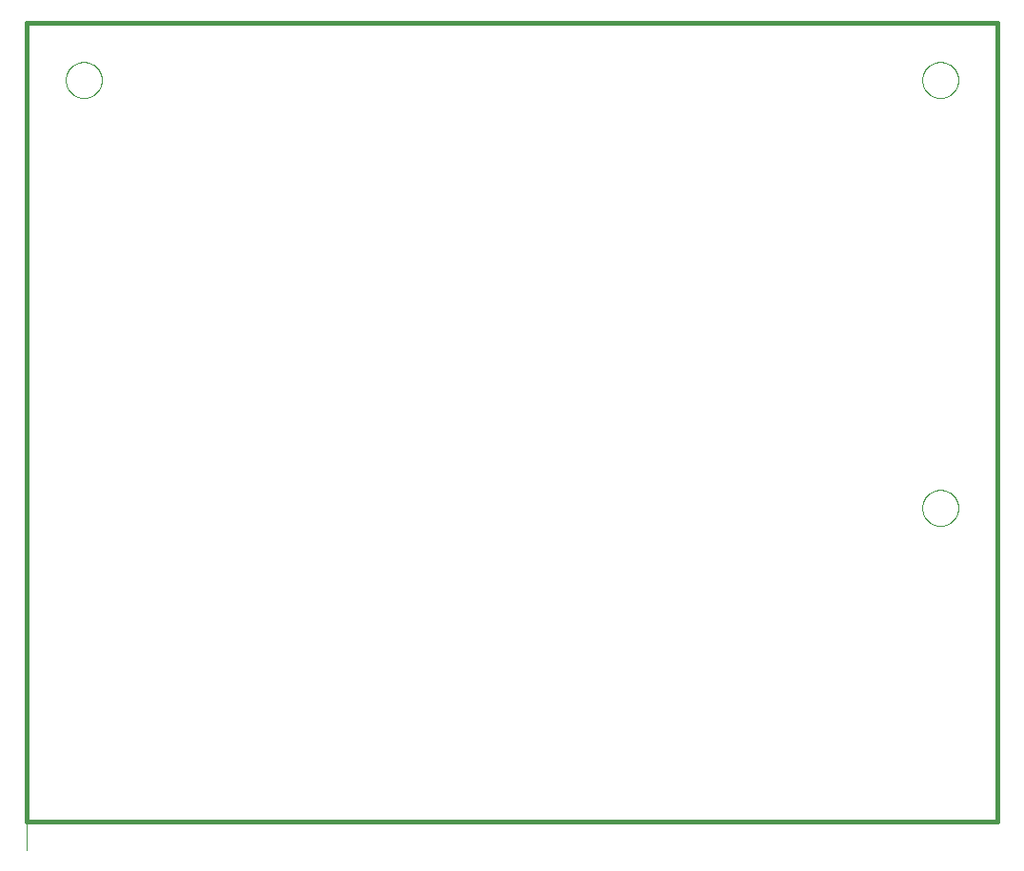
<source format=gko>
G75*
%MOIN*%
%OFA0B0*%
%FSLAX25Y25*%
%IPPOS*%
%LPD*%
%AMOC8*
5,1,8,0,0,1.08239X$1,22.5*
%
%ADD10C,0.00000*%
%ADD11C,0.01600*%
D10*
X0002200Y0001000D02*
X0002200Y0011000D01*
X0015901Y0271000D02*
X0015903Y0271158D01*
X0015909Y0271316D01*
X0015919Y0271474D01*
X0015933Y0271632D01*
X0015951Y0271789D01*
X0015972Y0271946D01*
X0015998Y0272102D01*
X0016028Y0272258D01*
X0016061Y0272413D01*
X0016099Y0272566D01*
X0016140Y0272719D01*
X0016185Y0272871D01*
X0016234Y0273022D01*
X0016287Y0273171D01*
X0016343Y0273319D01*
X0016403Y0273465D01*
X0016467Y0273610D01*
X0016535Y0273753D01*
X0016606Y0273895D01*
X0016680Y0274035D01*
X0016758Y0274172D01*
X0016840Y0274308D01*
X0016924Y0274442D01*
X0017013Y0274573D01*
X0017104Y0274702D01*
X0017199Y0274829D01*
X0017296Y0274954D01*
X0017397Y0275076D01*
X0017501Y0275195D01*
X0017608Y0275312D01*
X0017718Y0275426D01*
X0017831Y0275537D01*
X0017946Y0275646D01*
X0018064Y0275751D01*
X0018185Y0275853D01*
X0018308Y0275953D01*
X0018434Y0276049D01*
X0018562Y0276142D01*
X0018692Y0276232D01*
X0018825Y0276318D01*
X0018960Y0276402D01*
X0019096Y0276481D01*
X0019235Y0276558D01*
X0019376Y0276630D01*
X0019518Y0276700D01*
X0019662Y0276765D01*
X0019808Y0276827D01*
X0019955Y0276885D01*
X0020104Y0276940D01*
X0020254Y0276991D01*
X0020405Y0277038D01*
X0020557Y0277081D01*
X0020710Y0277120D01*
X0020865Y0277156D01*
X0021020Y0277187D01*
X0021176Y0277215D01*
X0021332Y0277239D01*
X0021489Y0277259D01*
X0021647Y0277275D01*
X0021804Y0277287D01*
X0021963Y0277295D01*
X0022121Y0277299D01*
X0022279Y0277299D01*
X0022437Y0277295D01*
X0022596Y0277287D01*
X0022753Y0277275D01*
X0022911Y0277259D01*
X0023068Y0277239D01*
X0023224Y0277215D01*
X0023380Y0277187D01*
X0023535Y0277156D01*
X0023690Y0277120D01*
X0023843Y0277081D01*
X0023995Y0277038D01*
X0024146Y0276991D01*
X0024296Y0276940D01*
X0024445Y0276885D01*
X0024592Y0276827D01*
X0024738Y0276765D01*
X0024882Y0276700D01*
X0025024Y0276630D01*
X0025165Y0276558D01*
X0025304Y0276481D01*
X0025440Y0276402D01*
X0025575Y0276318D01*
X0025708Y0276232D01*
X0025838Y0276142D01*
X0025966Y0276049D01*
X0026092Y0275953D01*
X0026215Y0275853D01*
X0026336Y0275751D01*
X0026454Y0275646D01*
X0026569Y0275537D01*
X0026682Y0275426D01*
X0026792Y0275312D01*
X0026899Y0275195D01*
X0027003Y0275076D01*
X0027104Y0274954D01*
X0027201Y0274829D01*
X0027296Y0274702D01*
X0027387Y0274573D01*
X0027476Y0274442D01*
X0027560Y0274308D01*
X0027642Y0274172D01*
X0027720Y0274035D01*
X0027794Y0273895D01*
X0027865Y0273753D01*
X0027933Y0273610D01*
X0027997Y0273465D01*
X0028057Y0273319D01*
X0028113Y0273171D01*
X0028166Y0273022D01*
X0028215Y0272871D01*
X0028260Y0272719D01*
X0028301Y0272566D01*
X0028339Y0272413D01*
X0028372Y0272258D01*
X0028402Y0272102D01*
X0028428Y0271946D01*
X0028449Y0271789D01*
X0028467Y0271632D01*
X0028481Y0271474D01*
X0028491Y0271316D01*
X0028497Y0271158D01*
X0028499Y0271000D01*
X0028497Y0270842D01*
X0028491Y0270684D01*
X0028481Y0270526D01*
X0028467Y0270368D01*
X0028449Y0270211D01*
X0028428Y0270054D01*
X0028402Y0269898D01*
X0028372Y0269742D01*
X0028339Y0269587D01*
X0028301Y0269434D01*
X0028260Y0269281D01*
X0028215Y0269129D01*
X0028166Y0268978D01*
X0028113Y0268829D01*
X0028057Y0268681D01*
X0027997Y0268535D01*
X0027933Y0268390D01*
X0027865Y0268247D01*
X0027794Y0268105D01*
X0027720Y0267965D01*
X0027642Y0267828D01*
X0027560Y0267692D01*
X0027476Y0267558D01*
X0027387Y0267427D01*
X0027296Y0267298D01*
X0027201Y0267171D01*
X0027104Y0267046D01*
X0027003Y0266924D01*
X0026899Y0266805D01*
X0026792Y0266688D01*
X0026682Y0266574D01*
X0026569Y0266463D01*
X0026454Y0266354D01*
X0026336Y0266249D01*
X0026215Y0266147D01*
X0026092Y0266047D01*
X0025966Y0265951D01*
X0025838Y0265858D01*
X0025708Y0265768D01*
X0025575Y0265682D01*
X0025440Y0265598D01*
X0025304Y0265519D01*
X0025165Y0265442D01*
X0025024Y0265370D01*
X0024882Y0265300D01*
X0024738Y0265235D01*
X0024592Y0265173D01*
X0024445Y0265115D01*
X0024296Y0265060D01*
X0024146Y0265009D01*
X0023995Y0264962D01*
X0023843Y0264919D01*
X0023690Y0264880D01*
X0023535Y0264844D01*
X0023380Y0264813D01*
X0023224Y0264785D01*
X0023068Y0264761D01*
X0022911Y0264741D01*
X0022753Y0264725D01*
X0022596Y0264713D01*
X0022437Y0264705D01*
X0022279Y0264701D01*
X0022121Y0264701D01*
X0021963Y0264705D01*
X0021804Y0264713D01*
X0021647Y0264725D01*
X0021489Y0264741D01*
X0021332Y0264761D01*
X0021176Y0264785D01*
X0021020Y0264813D01*
X0020865Y0264844D01*
X0020710Y0264880D01*
X0020557Y0264919D01*
X0020405Y0264962D01*
X0020254Y0265009D01*
X0020104Y0265060D01*
X0019955Y0265115D01*
X0019808Y0265173D01*
X0019662Y0265235D01*
X0019518Y0265300D01*
X0019376Y0265370D01*
X0019235Y0265442D01*
X0019096Y0265519D01*
X0018960Y0265598D01*
X0018825Y0265682D01*
X0018692Y0265768D01*
X0018562Y0265858D01*
X0018434Y0265951D01*
X0018308Y0266047D01*
X0018185Y0266147D01*
X0018064Y0266249D01*
X0017946Y0266354D01*
X0017831Y0266463D01*
X0017718Y0266574D01*
X0017608Y0266688D01*
X0017501Y0266805D01*
X0017397Y0266924D01*
X0017296Y0267046D01*
X0017199Y0267171D01*
X0017104Y0267298D01*
X0017013Y0267427D01*
X0016924Y0267558D01*
X0016840Y0267692D01*
X0016758Y0267828D01*
X0016680Y0267965D01*
X0016606Y0268105D01*
X0016535Y0268247D01*
X0016467Y0268390D01*
X0016403Y0268535D01*
X0016343Y0268681D01*
X0016287Y0268829D01*
X0016234Y0268978D01*
X0016185Y0269129D01*
X0016140Y0269281D01*
X0016099Y0269434D01*
X0016061Y0269587D01*
X0016028Y0269742D01*
X0015998Y0269898D01*
X0015972Y0270054D01*
X0015951Y0270211D01*
X0015933Y0270368D01*
X0015919Y0270526D01*
X0015909Y0270684D01*
X0015903Y0270842D01*
X0015901Y0271000D01*
X0315901Y0271000D02*
X0315903Y0271158D01*
X0315909Y0271316D01*
X0315919Y0271474D01*
X0315933Y0271632D01*
X0315951Y0271789D01*
X0315972Y0271946D01*
X0315998Y0272102D01*
X0316028Y0272258D01*
X0316061Y0272413D01*
X0316099Y0272566D01*
X0316140Y0272719D01*
X0316185Y0272871D01*
X0316234Y0273022D01*
X0316287Y0273171D01*
X0316343Y0273319D01*
X0316403Y0273465D01*
X0316467Y0273610D01*
X0316535Y0273753D01*
X0316606Y0273895D01*
X0316680Y0274035D01*
X0316758Y0274172D01*
X0316840Y0274308D01*
X0316924Y0274442D01*
X0317013Y0274573D01*
X0317104Y0274702D01*
X0317199Y0274829D01*
X0317296Y0274954D01*
X0317397Y0275076D01*
X0317501Y0275195D01*
X0317608Y0275312D01*
X0317718Y0275426D01*
X0317831Y0275537D01*
X0317946Y0275646D01*
X0318064Y0275751D01*
X0318185Y0275853D01*
X0318308Y0275953D01*
X0318434Y0276049D01*
X0318562Y0276142D01*
X0318692Y0276232D01*
X0318825Y0276318D01*
X0318960Y0276402D01*
X0319096Y0276481D01*
X0319235Y0276558D01*
X0319376Y0276630D01*
X0319518Y0276700D01*
X0319662Y0276765D01*
X0319808Y0276827D01*
X0319955Y0276885D01*
X0320104Y0276940D01*
X0320254Y0276991D01*
X0320405Y0277038D01*
X0320557Y0277081D01*
X0320710Y0277120D01*
X0320865Y0277156D01*
X0321020Y0277187D01*
X0321176Y0277215D01*
X0321332Y0277239D01*
X0321489Y0277259D01*
X0321647Y0277275D01*
X0321804Y0277287D01*
X0321963Y0277295D01*
X0322121Y0277299D01*
X0322279Y0277299D01*
X0322437Y0277295D01*
X0322596Y0277287D01*
X0322753Y0277275D01*
X0322911Y0277259D01*
X0323068Y0277239D01*
X0323224Y0277215D01*
X0323380Y0277187D01*
X0323535Y0277156D01*
X0323690Y0277120D01*
X0323843Y0277081D01*
X0323995Y0277038D01*
X0324146Y0276991D01*
X0324296Y0276940D01*
X0324445Y0276885D01*
X0324592Y0276827D01*
X0324738Y0276765D01*
X0324882Y0276700D01*
X0325024Y0276630D01*
X0325165Y0276558D01*
X0325304Y0276481D01*
X0325440Y0276402D01*
X0325575Y0276318D01*
X0325708Y0276232D01*
X0325838Y0276142D01*
X0325966Y0276049D01*
X0326092Y0275953D01*
X0326215Y0275853D01*
X0326336Y0275751D01*
X0326454Y0275646D01*
X0326569Y0275537D01*
X0326682Y0275426D01*
X0326792Y0275312D01*
X0326899Y0275195D01*
X0327003Y0275076D01*
X0327104Y0274954D01*
X0327201Y0274829D01*
X0327296Y0274702D01*
X0327387Y0274573D01*
X0327476Y0274442D01*
X0327560Y0274308D01*
X0327642Y0274172D01*
X0327720Y0274035D01*
X0327794Y0273895D01*
X0327865Y0273753D01*
X0327933Y0273610D01*
X0327997Y0273465D01*
X0328057Y0273319D01*
X0328113Y0273171D01*
X0328166Y0273022D01*
X0328215Y0272871D01*
X0328260Y0272719D01*
X0328301Y0272566D01*
X0328339Y0272413D01*
X0328372Y0272258D01*
X0328402Y0272102D01*
X0328428Y0271946D01*
X0328449Y0271789D01*
X0328467Y0271632D01*
X0328481Y0271474D01*
X0328491Y0271316D01*
X0328497Y0271158D01*
X0328499Y0271000D01*
X0328497Y0270842D01*
X0328491Y0270684D01*
X0328481Y0270526D01*
X0328467Y0270368D01*
X0328449Y0270211D01*
X0328428Y0270054D01*
X0328402Y0269898D01*
X0328372Y0269742D01*
X0328339Y0269587D01*
X0328301Y0269434D01*
X0328260Y0269281D01*
X0328215Y0269129D01*
X0328166Y0268978D01*
X0328113Y0268829D01*
X0328057Y0268681D01*
X0327997Y0268535D01*
X0327933Y0268390D01*
X0327865Y0268247D01*
X0327794Y0268105D01*
X0327720Y0267965D01*
X0327642Y0267828D01*
X0327560Y0267692D01*
X0327476Y0267558D01*
X0327387Y0267427D01*
X0327296Y0267298D01*
X0327201Y0267171D01*
X0327104Y0267046D01*
X0327003Y0266924D01*
X0326899Y0266805D01*
X0326792Y0266688D01*
X0326682Y0266574D01*
X0326569Y0266463D01*
X0326454Y0266354D01*
X0326336Y0266249D01*
X0326215Y0266147D01*
X0326092Y0266047D01*
X0325966Y0265951D01*
X0325838Y0265858D01*
X0325708Y0265768D01*
X0325575Y0265682D01*
X0325440Y0265598D01*
X0325304Y0265519D01*
X0325165Y0265442D01*
X0325024Y0265370D01*
X0324882Y0265300D01*
X0324738Y0265235D01*
X0324592Y0265173D01*
X0324445Y0265115D01*
X0324296Y0265060D01*
X0324146Y0265009D01*
X0323995Y0264962D01*
X0323843Y0264919D01*
X0323690Y0264880D01*
X0323535Y0264844D01*
X0323380Y0264813D01*
X0323224Y0264785D01*
X0323068Y0264761D01*
X0322911Y0264741D01*
X0322753Y0264725D01*
X0322596Y0264713D01*
X0322437Y0264705D01*
X0322279Y0264701D01*
X0322121Y0264701D01*
X0321963Y0264705D01*
X0321804Y0264713D01*
X0321647Y0264725D01*
X0321489Y0264741D01*
X0321332Y0264761D01*
X0321176Y0264785D01*
X0321020Y0264813D01*
X0320865Y0264844D01*
X0320710Y0264880D01*
X0320557Y0264919D01*
X0320405Y0264962D01*
X0320254Y0265009D01*
X0320104Y0265060D01*
X0319955Y0265115D01*
X0319808Y0265173D01*
X0319662Y0265235D01*
X0319518Y0265300D01*
X0319376Y0265370D01*
X0319235Y0265442D01*
X0319096Y0265519D01*
X0318960Y0265598D01*
X0318825Y0265682D01*
X0318692Y0265768D01*
X0318562Y0265858D01*
X0318434Y0265951D01*
X0318308Y0266047D01*
X0318185Y0266147D01*
X0318064Y0266249D01*
X0317946Y0266354D01*
X0317831Y0266463D01*
X0317718Y0266574D01*
X0317608Y0266688D01*
X0317501Y0266805D01*
X0317397Y0266924D01*
X0317296Y0267046D01*
X0317199Y0267171D01*
X0317104Y0267298D01*
X0317013Y0267427D01*
X0316924Y0267558D01*
X0316840Y0267692D01*
X0316758Y0267828D01*
X0316680Y0267965D01*
X0316606Y0268105D01*
X0316535Y0268247D01*
X0316467Y0268390D01*
X0316403Y0268535D01*
X0316343Y0268681D01*
X0316287Y0268829D01*
X0316234Y0268978D01*
X0316185Y0269129D01*
X0316140Y0269281D01*
X0316099Y0269434D01*
X0316061Y0269587D01*
X0316028Y0269742D01*
X0315998Y0269898D01*
X0315972Y0270054D01*
X0315951Y0270211D01*
X0315933Y0270368D01*
X0315919Y0270526D01*
X0315909Y0270684D01*
X0315903Y0270842D01*
X0315901Y0271000D01*
X0315901Y0121000D02*
X0315903Y0121158D01*
X0315909Y0121316D01*
X0315919Y0121474D01*
X0315933Y0121632D01*
X0315951Y0121789D01*
X0315972Y0121946D01*
X0315998Y0122102D01*
X0316028Y0122258D01*
X0316061Y0122413D01*
X0316099Y0122566D01*
X0316140Y0122719D01*
X0316185Y0122871D01*
X0316234Y0123022D01*
X0316287Y0123171D01*
X0316343Y0123319D01*
X0316403Y0123465D01*
X0316467Y0123610D01*
X0316535Y0123753D01*
X0316606Y0123895D01*
X0316680Y0124035D01*
X0316758Y0124172D01*
X0316840Y0124308D01*
X0316924Y0124442D01*
X0317013Y0124573D01*
X0317104Y0124702D01*
X0317199Y0124829D01*
X0317296Y0124954D01*
X0317397Y0125076D01*
X0317501Y0125195D01*
X0317608Y0125312D01*
X0317718Y0125426D01*
X0317831Y0125537D01*
X0317946Y0125646D01*
X0318064Y0125751D01*
X0318185Y0125853D01*
X0318308Y0125953D01*
X0318434Y0126049D01*
X0318562Y0126142D01*
X0318692Y0126232D01*
X0318825Y0126318D01*
X0318960Y0126402D01*
X0319096Y0126481D01*
X0319235Y0126558D01*
X0319376Y0126630D01*
X0319518Y0126700D01*
X0319662Y0126765D01*
X0319808Y0126827D01*
X0319955Y0126885D01*
X0320104Y0126940D01*
X0320254Y0126991D01*
X0320405Y0127038D01*
X0320557Y0127081D01*
X0320710Y0127120D01*
X0320865Y0127156D01*
X0321020Y0127187D01*
X0321176Y0127215D01*
X0321332Y0127239D01*
X0321489Y0127259D01*
X0321647Y0127275D01*
X0321804Y0127287D01*
X0321963Y0127295D01*
X0322121Y0127299D01*
X0322279Y0127299D01*
X0322437Y0127295D01*
X0322596Y0127287D01*
X0322753Y0127275D01*
X0322911Y0127259D01*
X0323068Y0127239D01*
X0323224Y0127215D01*
X0323380Y0127187D01*
X0323535Y0127156D01*
X0323690Y0127120D01*
X0323843Y0127081D01*
X0323995Y0127038D01*
X0324146Y0126991D01*
X0324296Y0126940D01*
X0324445Y0126885D01*
X0324592Y0126827D01*
X0324738Y0126765D01*
X0324882Y0126700D01*
X0325024Y0126630D01*
X0325165Y0126558D01*
X0325304Y0126481D01*
X0325440Y0126402D01*
X0325575Y0126318D01*
X0325708Y0126232D01*
X0325838Y0126142D01*
X0325966Y0126049D01*
X0326092Y0125953D01*
X0326215Y0125853D01*
X0326336Y0125751D01*
X0326454Y0125646D01*
X0326569Y0125537D01*
X0326682Y0125426D01*
X0326792Y0125312D01*
X0326899Y0125195D01*
X0327003Y0125076D01*
X0327104Y0124954D01*
X0327201Y0124829D01*
X0327296Y0124702D01*
X0327387Y0124573D01*
X0327476Y0124442D01*
X0327560Y0124308D01*
X0327642Y0124172D01*
X0327720Y0124035D01*
X0327794Y0123895D01*
X0327865Y0123753D01*
X0327933Y0123610D01*
X0327997Y0123465D01*
X0328057Y0123319D01*
X0328113Y0123171D01*
X0328166Y0123022D01*
X0328215Y0122871D01*
X0328260Y0122719D01*
X0328301Y0122566D01*
X0328339Y0122413D01*
X0328372Y0122258D01*
X0328402Y0122102D01*
X0328428Y0121946D01*
X0328449Y0121789D01*
X0328467Y0121632D01*
X0328481Y0121474D01*
X0328491Y0121316D01*
X0328497Y0121158D01*
X0328499Y0121000D01*
X0328497Y0120842D01*
X0328491Y0120684D01*
X0328481Y0120526D01*
X0328467Y0120368D01*
X0328449Y0120211D01*
X0328428Y0120054D01*
X0328402Y0119898D01*
X0328372Y0119742D01*
X0328339Y0119587D01*
X0328301Y0119434D01*
X0328260Y0119281D01*
X0328215Y0119129D01*
X0328166Y0118978D01*
X0328113Y0118829D01*
X0328057Y0118681D01*
X0327997Y0118535D01*
X0327933Y0118390D01*
X0327865Y0118247D01*
X0327794Y0118105D01*
X0327720Y0117965D01*
X0327642Y0117828D01*
X0327560Y0117692D01*
X0327476Y0117558D01*
X0327387Y0117427D01*
X0327296Y0117298D01*
X0327201Y0117171D01*
X0327104Y0117046D01*
X0327003Y0116924D01*
X0326899Y0116805D01*
X0326792Y0116688D01*
X0326682Y0116574D01*
X0326569Y0116463D01*
X0326454Y0116354D01*
X0326336Y0116249D01*
X0326215Y0116147D01*
X0326092Y0116047D01*
X0325966Y0115951D01*
X0325838Y0115858D01*
X0325708Y0115768D01*
X0325575Y0115682D01*
X0325440Y0115598D01*
X0325304Y0115519D01*
X0325165Y0115442D01*
X0325024Y0115370D01*
X0324882Y0115300D01*
X0324738Y0115235D01*
X0324592Y0115173D01*
X0324445Y0115115D01*
X0324296Y0115060D01*
X0324146Y0115009D01*
X0323995Y0114962D01*
X0323843Y0114919D01*
X0323690Y0114880D01*
X0323535Y0114844D01*
X0323380Y0114813D01*
X0323224Y0114785D01*
X0323068Y0114761D01*
X0322911Y0114741D01*
X0322753Y0114725D01*
X0322596Y0114713D01*
X0322437Y0114705D01*
X0322279Y0114701D01*
X0322121Y0114701D01*
X0321963Y0114705D01*
X0321804Y0114713D01*
X0321647Y0114725D01*
X0321489Y0114741D01*
X0321332Y0114761D01*
X0321176Y0114785D01*
X0321020Y0114813D01*
X0320865Y0114844D01*
X0320710Y0114880D01*
X0320557Y0114919D01*
X0320405Y0114962D01*
X0320254Y0115009D01*
X0320104Y0115060D01*
X0319955Y0115115D01*
X0319808Y0115173D01*
X0319662Y0115235D01*
X0319518Y0115300D01*
X0319376Y0115370D01*
X0319235Y0115442D01*
X0319096Y0115519D01*
X0318960Y0115598D01*
X0318825Y0115682D01*
X0318692Y0115768D01*
X0318562Y0115858D01*
X0318434Y0115951D01*
X0318308Y0116047D01*
X0318185Y0116147D01*
X0318064Y0116249D01*
X0317946Y0116354D01*
X0317831Y0116463D01*
X0317718Y0116574D01*
X0317608Y0116688D01*
X0317501Y0116805D01*
X0317397Y0116924D01*
X0317296Y0117046D01*
X0317199Y0117171D01*
X0317104Y0117298D01*
X0317013Y0117427D01*
X0316924Y0117558D01*
X0316840Y0117692D01*
X0316758Y0117828D01*
X0316680Y0117965D01*
X0316606Y0118105D01*
X0316535Y0118247D01*
X0316467Y0118390D01*
X0316403Y0118535D01*
X0316343Y0118681D01*
X0316287Y0118829D01*
X0316234Y0118978D01*
X0316185Y0119129D01*
X0316140Y0119281D01*
X0316099Y0119434D01*
X0316061Y0119587D01*
X0316028Y0119742D01*
X0315998Y0119898D01*
X0315972Y0120054D01*
X0315951Y0120211D01*
X0315933Y0120368D01*
X0315919Y0120526D01*
X0315909Y0120684D01*
X0315903Y0120842D01*
X0315901Y0121000D01*
D11*
X0342200Y0011000D02*
X0002200Y0011000D01*
X0002200Y0291000D01*
X0342200Y0291000D01*
X0342200Y0011000D01*
M02*

</source>
